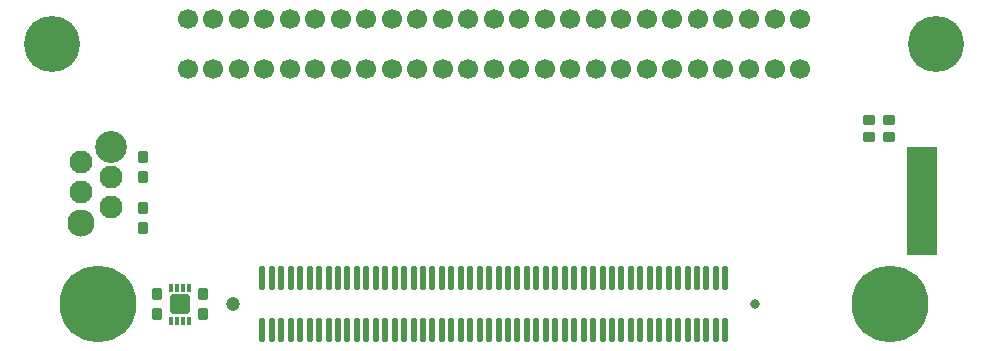
<source format=gts>
G04 #@! TF.GenerationSoftware,KiCad,Pcbnew,8.0.6*
G04 #@! TF.CreationDate,2024-11-07T02:26:34-08:00*
G04 #@! TF.ProjectId,hvd-50-ce,6876642d-3530-42d6-9365-2e6b69636164,1*
G04 #@! TF.SameCoordinates,Original*
G04 #@! TF.FileFunction,Soldermask,Top*
G04 #@! TF.FilePolarity,Negative*
%FSLAX46Y46*%
G04 Gerber Fmt 4.6, Leading zero omitted, Abs format (unit mm)*
G04 Created by KiCad (PCBNEW 8.0.6) date 2024-11-07 02:26:34*
%MOMM*%
%LPD*%
G01*
G04 APERTURE LIST*
G04 Aperture macros list*
%AMRoundRect*
0 Rectangle with rounded corners*
0 $1 Rounding radius*
0 $2 $3 $4 $5 $6 $7 $8 $9 X,Y pos of 4 corners*
0 Add a 4 corners polygon primitive as box body*
4,1,4,$2,$3,$4,$5,$6,$7,$8,$9,$2,$3,0*
0 Add four circle primitives for the rounded corners*
1,1,$1+$1,$2,$3*
1,1,$1+$1,$4,$5*
1,1,$1+$1,$6,$7*
1,1,$1+$1,$8,$9*
0 Add four rect primitives between the rounded corners*
20,1,$1+$1,$2,$3,$4,$5,0*
20,1,$1+$1,$4,$5,$6,$7,0*
20,1,$1+$1,$6,$7,$8,$9,0*
20,1,$1+$1,$8,$9,$2,$3,0*%
G04 Aperture macros list end*
%ADD10C,0.800000*%
%ADD11C,1.200000*%
%ADD12RoundRect,0.125000X0.125000X0.925000X-0.125000X0.925000X-0.125000X-0.925000X0.125000X-0.925000X0*%
%ADD13RoundRect,0.225000X-0.275000X-0.225000X0.275000X-0.225000X0.275000X0.225000X-0.275000X0.225000X0*%
%ADD14RoundRect,0.225000X0.225000X-0.275000X0.225000X0.275000X-0.225000X0.275000X-0.225000X-0.275000X0*%
%ADD15RoundRect,0.225000X-0.225000X0.275000X-0.225000X-0.275000X0.225000X-0.275000X0.225000X0.275000X0*%
%ADD16C,1.700000*%
%ADD17C,4.750000*%
%ADD18RoundRect,0.225000X0.275000X0.225000X-0.275000X0.225000X-0.275000X-0.225000X0.275000X-0.225000X0*%
%ADD19C,6.500000*%
%ADD20RoundRect,0.062500X0.137500X-0.287500X0.137500X0.287500X-0.137500X0.287500X-0.137500X-0.287500X0*%
%ADD21RoundRect,0.265625X0.584375X-0.584375X0.584375X0.584375X-0.584375X0.584375X-0.584375X-0.584375X0*%
%ADD22C,2.300000*%
%ADD23C,2.700000*%
%ADD24C,1.950000*%
G04 APERTURE END LIST*
D10*
G04 #@! TO.C,J1*
X-15400000Y4000000D03*
D11*
X-59600000Y4000000D03*
D12*
X-57100000Y1800000D03*
X-57100000Y6200000D03*
X-56300000Y1800000D03*
X-56300000Y6200000D03*
X-55500000Y1800000D03*
X-55500000Y6200000D03*
X-54700000Y1800000D03*
X-54700000Y6200000D03*
X-53900000Y1800000D03*
X-53900000Y6200000D03*
X-53100000Y1800000D03*
X-53100000Y6200000D03*
X-52300000Y1800000D03*
X-52300000Y6200000D03*
X-51500000Y1800000D03*
X-51500000Y6200000D03*
X-50700000Y1800000D03*
X-50700000Y6200000D03*
X-49900000Y1800000D03*
X-49900000Y6200000D03*
X-49100000Y1800000D03*
X-49100000Y6200000D03*
X-48300000Y1800000D03*
X-48300000Y6200000D03*
X-47500000Y1800000D03*
X-47500000Y6200000D03*
X-46700000Y1800000D03*
X-46700000Y6200000D03*
X-45900000Y1800000D03*
X-45900000Y6200000D03*
X-45100000Y1800000D03*
X-45100000Y6200000D03*
X-44300000Y1800000D03*
X-44300000Y6200000D03*
X-43500000Y1800000D03*
X-43500000Y6200000D03*
X-42700000Y1800000D03*
X-42700000Y6200000D03*
X-41900000Y1800000D03*
X-41900000Y6200000D03*
X-41100000Y1800000D03*
X-41100000Y6200000D03*
X-40300000Y1800000D03*
X-40300000Y6200000D03*
X-39500000Y1800000D03*
X-39500000Y6200000D03*
X-38700000Y1800000D03*
X-38700000Y6200000D03*
X-37900000Y1800000D03*
X-37900000Y6200000D03*
X-37100000Y1800000D03*
X-37100000Y6200000D03*
X-36300000Y1800000D03*
X-36300000Y6200000D03*
X-35500000Y1800000D03*
X-35500000Y6200000D03*
X-34700000Y1800000D03*
X-34700000Y6200000D03*
X-33900000Y1800000D03*
X-33900000Y6200000D03*
X-33100000Y1800000D03*
X-33100000Y6200000D03*
X-32300000Y1800000D03*
X-32300000Y6200000D03*
X-31500000Y1800000D03*
X-31500000Y6200000D03*
X-30700000Y1800000D03*
X-30700000Y6200000D03*
X-29900000Y1800000D03*
X-29900000Y6200000D03*
X-29100000Y1800000D03*
X-29100000Y6200000D03*
X-28300000Y1800000D03*
X-28300000Y6200000D03*
X-27500000Y1800000D03*
X-27500000Y6200000D03*
X-26700000Y1800000D03*
X-26700000Y6200000D03*
X-25900000Y1800000D03*
X-25900000Y6200000D03*
X-25100000Y1800000D03*
X-25100000Y6200000D03*
X-24300000Y1800000D03*
X-24300000Y6200000D03*
X-23500000Y1800000D03*
X-23500000Y6200000D03*
X-22700000Y1800000D03*
X-22700000Y6200000D03*
X-21900000Y1800000D03*
X-21900000Y6200000D03*
X-21100000Y1800000D03*
X-21100000Y6200000D03*
X-20300000Y1800000D03*
X-20300000Y6200000D03*
X-19500000Y1800000D03*
X-19500000Y6200000D03*
X-18700000Y1800000D03*
X-18700000Y6200000D03*
X-17900000Y1800000D03*
X-17900000Y6200000D03*
G04 #@! TD*
D13*
G04 #@! TO.C,R4*
X-5750000Y18200000D03*
X-4050000Y18200000D03*
G04 #@! TD*
D14*
G04 #@! TO.C,R3*
X-67200000Y10450000D03*
X-67200000Y12150000D03*
G04 #@! TD*
D15*
G04 #@! TO.C,R2*
X-67200000Y16450000D03*
X-67200000Y14750000D03*
G04 #@! TD*
D14*
G04 #@! TO.C,C1*
X-66050000Y3150000D03*
X-66050000Y4850000D03*
G04 #@! TD*
D16*
G04 #@! TO.C,J5*
X-63420000Y23900000D03*
X-61260000Y23900000D03*
X-59100000Y23900000D03*
X-56940000Y23900000D03*
X-54780000Y23900000D03*
X-52620000Y23900000D03*
X-50460000Y23900000D03*
X-48300000Y23900000D03*
X-46140000Y23900000D03*
X-43980000Y23900000D03*
X-41820000Y23900000D03*
X-39660000Y23900000D03*
X-37500000Y23900000D03*
X-35340000Y23900000D03*
X-33180000Y23900000D03*
X-31020000Y23900000D03*
X-28860000Y23900000D03*
X-26700000Y23900000D03*
X-24540000Y23900000D03*
X-22380000Y23900000D03*
X-20220000Y23900000D03*
X-18060000Y23900000D03*
X-15900000Y23900000D03*
X-13740000Y23900000D03*
X-11580000Y23900000D03*
X-63420000Y28190000D03*
X-61260000Y28190000D03*
X-59100000Y28190000D03*
X-56940000Y28190000D03*
X-54780000Y28190000D03*
X-52620000Y28190000D03*
X-50460000Y28190000D03*
X-48300000Y28190000D03*
X-46140000Y28190000D03*
X-43980000Y28190000D03*
X-41820000Y28190000D03*
X-39660000Y28190000D03*
X-37500000Y28190000D03*
X-35340000Y28190000D03*
X-33180000Y28190000D03*
X-31020000Y28190000D03*
X-28860000Y28190000D03*
X-26700000Y28190000D03*
X-24540000Y28190000D03*
X-22380000Y28190000D03*
X-20220000Y28190000D03*
X-18060000Y28190000D03*
X-15900000Y28190000D03*
X-13740000Y28190000D03*
X-11580000Y28190000D03*
D17*
X-75000Y26045000D03*
X-74925000Y26045000D03*
G04 #@! TD*
D18*
G04 #@! TO.C,C2*
X-4050000Y19585000D03*
X-5750000Y19585000D03*
G04 #@! TD*
D19*
G04 #@! TO.C,H4*
X-4000000Y4000000D03*
G04 #@! TD*
D14*
G04 #@! TO.C,R1*
X-62150000Y3150000D03*
X-62150000Y4850000D03*
G04 #@! TD*
D20*
G04 #@! TO.C,U1*
X-64850001Y2600000D03*
X-64350000Y2600000D03*
X-63850000Y2600000D03*
X-63349999Y2600000D03*
X-63349999Y5400000D03*
X-63850000Y5400000D03*
X-64350000Y5400000D03*
X-64850001Y5400000D03*
D21*
X-64100000Y4000000D03*
G04 #@! TD*
D22*
G04 #@! TO.C,J3*
X-72440000Y10870000D03*
D23*
X-69900000Y17340000D03*
D24*
X-72440000Y16010000D03*
X-69900000Y14740000D03*
X-72440000Y13470000D03*
X-69900000Y12200000D03*
G04 #@! TD*
D19*
G04 #@! TO.C,H3*
X-71000000Y4000000D03*
G04 #@! TD*
G36*
X-56961Y17330315D02*
G01*
X-11206Y17277511D01*
X0Y17226000D01*
X0Y8274000D01*
X-19685Y8206961D01*
X-72489Y8161206D01*
X-124000Y8150000D01*
X-2376000Y8150000D01*
X-2443039Y8169685D01*
X-2488794Y8222489D01*
X-2500000Y8274000D01*
X-2500000Y17226000D01*
X-2480315Y17293039D01*
X-2427511Y17338794D01*
X-2376000Y17350000D01*
X-124000Y17350000D01*
X-56961Y17330315D01*
G37*
M02*

</source>
